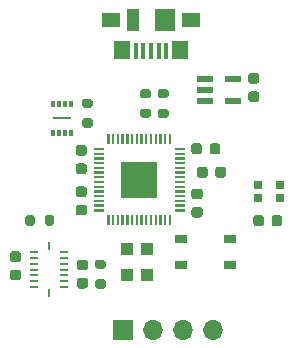
<source format=gbr>
%TF.GenerationSoftware,KiCad,Pcbnew,(5.1.10)-1*%
%TF.CreationDate,2021-10-26T10:29:25+05:30*%
%TF.ProjectId,RP2040+BMI,52503230-3430-42b4-924d-492e6b696361,rev?*%
%TF.SameCoordinates,Original*%
%TF.FileFunction,Soldermask,Top*%
%TF.FilePolarity,Negative*%
%FSLAX46Y46*%
G04 Gerber Fmt 4.6, Leading zero omitted, Abs format (unit mm)*
G04 Created by KiCad (PCBNEW (5.1.10)-1) date 2021-10-26 10:29:25*
%MOMM*%
%LPD*%
G01*
G04 APERTURE LIST*
%ADD10R,0.980000X1.100000*%
%ADD11R,0.700000X0.700000*%
%ADD12R,1.050000X0.650000*%
%ADD13R,1.600000X0.200000*%
%ADD14R,0.350000X0.490000*%
%ADD15R,0.250000X0.675000*%
%ADD16R,0.675000X0.250000*%
%ADD17R,1.350000X0.600000*%
%ADD18R,3.100000X3.100000*%
%ADD19O,1.700000X1.700000*%
%ADD20R,1.700000X1.700000*%
%ADD21R,1.000000X1.900000*%
%ADD22R,1.800000X1.900000*%
%ADD23R,1.650000X1.300000*%
%ADD24R,1.425000X1.550000*%
%ADD25R,0.450000X1.380000*%
G04 APERTURE END LIST*
D10*
%TO.C,U5*%
X183000000Y-110870000D03*
X183000000Y-113070000D03*
X184700000Y-113070000D03*
X184700000Y-110870000D03*
%TD*%
D11*
%TO.C,D1*%
X195925000Y-105490000D03*
X194095000Y-106590000D03*
X195925000Y-106590000D03*
X194095000Y-105490000D03*
%TD*%
D12*
%TO.C,SW1*%
X187505000Y-110065000D03*
X191655000Y-110065000D03*
X187505000Y-112215000D03*
X191655000Y-112215000D03*
%TD*%
D13*
%TO.C,U2*%
X177480000Y-99810000D03*
D14*
X178230000Y-101030000D03*
X177730000Y-101030000D03*
X177230000Y-101030000D03*
X176730000Y-101030000D03*
X176730000Y-98590000D03*
X177230000Y-98590000D03*
X177730000Y-98590000D03*
X178230000Y-98590000D03*
%TD*%
D15*
%TO.C,U4*%
X176360000Y-114622500D03*
D16*
X175097500Y-112610000D03*
X175097500Y-113110000D03*
X175097500Y-113610000D03*
X175097500Y-114110000D03*
X175097500Y-112110000D03*
X175097500Y-111610000D03*
X175097500Y-111110000D03*
X177622500Y-113610000D03*
X177622500Y-114110000D03*
X177622500Y-113110000D03*
X177622500Y-111110000D03*
X177622500Y-111610000D03*
D15*
X176360000Y-110597500D03*
D16*
X177622500Y-112610000D03*
X177622500Y-112110000D03*
%TD*%
D17*
%TO.C,U3*%
X189615000Y-96450000D03*
X189615000Y-97400000D03*
X189615000Y-98350000D03*
X191985000Y-98350000D03*
X191985000Y-96450000D03*
%TD*%
D18*
%TO.C,U1*%
X184000000Y-105000000D03*
G36*
G01*
X187015000Y-102494000D02*
X187015000Y-102306000D01*
G75*
G02*
X187021000Y-102300000I6000J0D01*
G01*
X187849000Y-102300000D01*
G75*
G02*
X187855000Y-102306000I0J-6000D01*
G01*
X187855000Y-102494000D01*
G75*
G02*
X187849000Y-102500000I-6000J0D01*
G01*
X187021000Y-102500000D01*
G75*
G02*
X187015000Y-102494000I0J6000D01*
G01*
G37*
G36*
G01*
X187015000Y-102894000D02*
X187015000Y-102706000D01*
G75*
G02*
X187021000Y-102700000I6000J0D01*
G01*
X187849000Y-102700000D01*
G75*
G02*
X187855000Y-102706000I0J-6000D01*
G01*
X187855000Y-102894000D01*
G75*
G02*
X187849000Y-102900000I-6000J0D01*
G01*
X187021000Y-102900000D01*
G75*
G02*
X187015000Y-102894000I0J6000D01*
G01*
G37*
G36*
G01*
X187015000Y-103294000D02*
X187015000Y-103106000D01*
G75*
G02*
X187021000Y-103100000I6000J0D01*
G01*
X187849000Y-103100000D01*
G75*
G02*
X187855000Y-103106000I0J-6000D01*
G01*
X187855000Y-103294000D01*
G75*
G02*
X187849000Y-103300000I-6000J0D01*
G01*
X187021000Y-103300000D01*
G75*
G02*
X187015000Y-103294000I0J6000D01*
G01*
G37*
G36*
G01*
X187015000Y-103694000D02*
X187015000Y-103506000D01*
G75*
G02*
X187021000Y-103500000I6000J0D01*
G01*
X187849000Y-103500000D01*
G75*
G02*
X187855000Y-103506000I0J-6000D01*
G01*
X187855000Y-103694000D01*
G75*
G02*
X187849000Y-103700000I-6000J0D01*
G01*
X187021000Y-103700000D01*
G75*
G02*
X187015000Y-103694000I0J6000D01*
G01*
G37*
G36*
G01*
X187015000Y-104094000D02*
X187015000Y-103906000D01*
G75*
G02*
X187021000Y-103900000I6000J0D01*
G01*
X187849000Y-103900000D01*
G75*
G02*
X187855000Y-103906000I0J-6000D01*
G01*
X187855000Y-104094000D01*
G75*
G02*
X187849000Y-104100000I-6000J0D01*
G01*
X187021000Y-104100000D01*
G75*
G02*
X187015000Y-104094000I0J6000D01*
G01*
G37*
G36*
G01*
X187015000Y-104494000D02*
X187015000Y-104306000D01*
G75*
G02*
X187021000Y-104300000I6000J0D01*
G01*
X187849000Y-104300000D01*
G75*
G02*
X187855000Y-104306000I0J-6000D01*
G01*
X187855000Y-104494000D01*
G75*
G02*
X187849000Y-104500000I-6000J0D01*
G01*
X187021000Y-104500000D01*
G75*
G02*
X187015000Y-104494000I0J6000D01*
G01*
G37*
G36*
G01*
X187015000Y-104894000D02*
X187015000Y-104706000D01*
G75*
G02*
X187021000Y-104700000I6000J0D01*
G01*
X187849000Y-104700000D01*
G75*
G02*
X187855000Y-104706000I0J-6000D01*
G01*
X187855000Y-104894000D01*
G75*
G02*
X187849000Y-104900000I-6000J0D01*
G01*
X187021000Y-104900000D01*
G75*
G02*
X187015000Y-104894000I0J6000D01*
G01*
G37*
G36*
G01*
X187015000Y-105294000D02*
X187015000Y-105106000D01*
G75*
G02*
X187021000Y-105100000I6000J0D01*
G01*
X187849000Y-105100000D01*
G75*
G02*
X187855000Y-105106000I0J-6000D01*
G01*
X187855000Y-105294000D01*
G75*
G02*
X187849000Y-105300000I-6000J0D01*
G01*
X187021000Y-105300000D01*
G75*
G02*
X187015000Y-105294000I0J6000D01*
G01*
G37*
G36*
G01*
X187015000Y-105694000D02*
X187015000Y-105506000D01*
G75*
G02*
X187021000Y-105500000I6000J0D01*
G01*
X187849000Y-105500000D01*
G75*
G02*
X187855000Y-105506000I0J-6000D01*
G01*
X187855000Y-105694000D01*
G75*
G02*
X187849000Y-105700000I-6000J0D01*
G01*
X187021000Y-105700000D01*
G75*
G02*
X187015000Y-105694000I0J6000D01*
G01*
G37*
G36*
G01*
X187015000Y-106094000D02*
X187015000Y-105906000D01*
G75*
G02*
X187021000Y-105900000I6000J0D01*
G01*
X187849000Y-105900000D01*
G75*
G02*
X187855000Y-105906000I0J-6000D01*
G01*
X187855000Y-106094000D01*
G75*
G02*
X187849000Y-106100000I-6000J0D01*
G01*
X187021000Y-106100000D01*
G75*
G02*
X187015000Y-106094000I0J6000D01*
G01*
G37*
G36*
G01*
X187015000Y-106494000D02*
X187015000Y-106306000D01*
G75*
G02*
X187021000Y-106300000I6000J0D01*
G01*
X187849000Y-106300000D01*
G75*
G02*
X187855000Y-106306000I0J-6000D01*
G01*
X187855000Y-106494000D01*
G75*
G02*
X187849000Y-106500000I-6000J0D01*
G01*
X187021000Y-106500000D01*
G75*
G02*
X187015000Y-106494000I0J6000D01*
G01*
G37*
G36*
G01*
X187015000Y-106894000D02*
X187015000Y-106706000D01*
G75*
G02*
X187021000Y-106700000I6000J0D01*
G01*
X187849000Y-106700000D01*
G75*
G02*
X187855000Y-106706000I0J-6000D01*
G01*
X187855000Y-106894000D01*
G75*
G02*
X187849000Y-106900000I-6000J0D01*
G01*
X187021000Y-106900000D01*
G75*
G02*
X187015000Y-106894000I0J6000D01*
G01*
G37*
G36*
G01*
X187015000Y-107294000D02*
X187015000Y-107106000D01*
G75*
G02*
X187021000Y-107100000I6000J0D01*
G01*
X187849000Y-107100000D01*
G75*
G02*
X187855000Y-107106000I0J-6000D01*
G01*
X187855000Y-107294000D01*
G75*
G02*
X187849000Y-107300000I-6000J0D01*
G01*
X187021000Y-107300000D01*
G75*
G02*
X187015000Y-107294000I0J6000D01*
G01*
G37*
G36*
G01*
X187015000Y-107694000D02*
X187015000Y-107506000D01*
G75*
G02*
X187021000Y-107500000I6000J0D01*
G01*
X187849000Y-107500000D01*
G75*
G02*
X187855000Y-107506000I0J-6000D01*
G01*
X187855000Y-107694000D01*
G75*
G02*
X187849000Y-107700000I-6000J0D01*
G01*
X187021000Y-107700000D01*
G75*
G02*
X187015000Y-107694000I0J6000D01*
G01*
G37*
G36*
G01*
X180145000Y-107694000D02*
X180145000Y-107506000D01*
G75*
G02*
X180151000Y-107500000I6000J0D01*
G01*
X180979000Y-107500000D01*
G75*
G02*
X180985000Y-107506000I0J-6000D01*
G01*
X180985000Y-107694000D01*
G75*
G02*
X180979000Y-107700000I-6000J0D01*
G01*
X180151000Y-107700000D01*
G75*
G02*
X180145000Y-107694000I0J6000D01*
G01*
G37*
G36*
G01*
X180145000Y-107294000D02*
X180145000Y-107106000D01*
G75*
G02*
X180151000Y-107100000I6000J0D01*
G01*
X180979000Y-107100000D01*
G75*
G02*
X180985000Y-107106000I0J-6000D01*
G01*
X180985000Y-107294000D01*
G75*
G02*
X180979000Y-107300000I-6000J0D01*
G01*
X180151000Y-107300000D01*
G75*
G02*
X180145000Y-107294000I0J6000D01*
G01*
G37*
G36*
G01*
X180145000Y-106894000D02*
X180145000Y-106706000D01*
G75*
G02*
X180151000Y-106700000I6000J0D01*
G01*
X180979000Y-106700000D01*
G75*
G02*
X180985000Y-106706000I0J-6000D01*
G01*
X180985000Y-106894000D01*
G75*
G02*
X180979000Y-106900000I-6000J0D01*
G01*
X180151000Y-106900000D01*
G75*
G02*
X180145000Y-106894000I0J6000D01*
G01*
G37*
G36*
G01*
X180145000Y-106494000D02*
X180145000Y-106306000D01*
G75*
G02*
X180151000Y-106300000I6000J0D01*
G01*
X180979000Y-106300000D01*
G75*
G02*
X180985000Y-106306000I0J-6000D01*
G01*
X180985000Y-106494000D01*
G75*
G02*
X180979000Y-106500000I-6000J0D01*
G01*
X180151000Y-106500000D01*
G75*
G02*
X180145000Y-106494000I0J6000D01*
G01*
G37*
G36*
G01*
X180145000Y-106094000D02*
X180145000Y-105906000D01*
G75*
G02*
X180151000Y-105900000I6000J0D01*
G01*
X180979000Y-105900000D01*
G75*
G02*
X180985000Y-105906000I0J-6000D01*
G01*
X180985000Y-106094000D01*
G75*
G02*
X180979000Y-106100000I-6000J0D01*
G01*
X180151000Y-106100000D01*
G75*
G02*
X180145000Y-106094000I0J6000D01*
G01*
G37*
G36*
G01*
X180145000Y-105694000D02*
X180145000Y-105506000D01*
G75*
G02*
X180151000Y-105500000I6000J0D01*
G01*
X180979000Y-105500000D01*
G75*
G02*
X180985000Y-105506000I0J-6000D01*
G01*
X180985000Y-105694000D01*
G75*
G02*
X180979000Y-105700000I-6000J0D01*
G01*
X180151000Y-105700000D01*
G75*
G02*
X180145000Y-105694000I0J6000D01*
G01*
G37*
G36*
G01*
X180145000Y-105294000D02*
X180145000Y-105106000D01*
G75*
G02*
X180151000Y-105100000I6000J0D01*
G01*
X180979000Y-105100000D01*
G75*
G02*
X180985000Y-105106000I0J-6000D01*
G01*
X180985000Y-105294000D01*
G75*
G02*
X180979000Y-105300000I-6000J0D01*
G01*
X180151000Y-105300000D01*
G75*
G02*
X180145000Y-105294000I0J6000D01*
G01*
G37*
G36*
G01*
X180145000Y-104894000D02*
X180145000Y-104706000D01*
G75*
G02*
X180151000Y-104700000I6000J0D01*
G01*
X180979000Y-104700000D01*
G75*
G02*
X180985000Y-104706000I0J-6000D01*
G01*
X180985000Y-104894000D01*
G75*
G02*
X180979000Y-104900000I-6000J0D01*
G01*
X180151000Y-104900000D01*
G75*
G02*
X180145000Y-104894000I0J6000D01*
G01*
G37*
G36*
G01*
X180145000Y-104494000D02*
X180145000Y-104306000D01*
G75*
G02*
X180151000Y-104300000I6000J0D01*
G01*
X180979000Y-104300000D01*
G75*
G02*
X180985000Y-104306000I0J-6000D01*
G01*
X180985000Y-104494000D01*
G75*
G02*
X180979000Y-104500000I-6000J0D01*
G01*
X180151000Y-104500000D01*
G75*
G02*
X180145000Y-104494000I0J6000D01*
G01*
G37*
G36*
G01*
X180145000Y-104094000D02*
X180145000Y-103906000D01*
G75*
G02*
X180151000Y-103900000I6000J0D01*
G01*
X180979000Y-103900000D01*
G75*
G02*
X180985000Y-103906000I0J-6000D01*
G01*
X180985000Y-104094000D01*
G75*
G02*
X180979000Y-104100000I-6000J0D01*
G01*
X180151000Y-104100000D01*
G75*
G02*
X180145000Y-104094000I0J6000D01*
G01*
G37*
G36*
G01*
X180145000Y-103694000D02*
X180145000Y-103506000D01*
G75*
G02*
X180151000Y-103500000I6000J0D01*
G01*
X180979000Y-103500000D01*
G75*
G02*
X180985000Y-103506000I0J-6000D01*
G01*
X180985000Y-103694000D01*
G75*
G02*
X180979000Y-103700000I-6000J0D01*
G01*
X180151000Y-103700000D01*
G75*
G02*
X180145000Y-103694000I0J6000D01*
G01*
G37*
G36*
G01*
X180145000Y-103294000D02*
X180145000Y-103106000D01*
G75*
G02*
X180151000Y-103100000I6000J0D01*
G01*
X180979000Y-103100000D01*
G75*
G02*
X180985000Y-103106000I0J-6000D01*
G01*
X180985000Y-103294000D01*
G75*
G02*
X180979000Y-103300000I-6000J0D01*
G01*
X180151000Y-103300000D01*
G75*
G02*
X180145000Y-103294000I0J6000D01*
G01*
G37*
G36*
G01*
X180145000Y-102894000D02*
X180145000Y-102706000D01*
G75*
G02*
X180151000Y-102700000I6000J0D01*
G01*
X180979000Y-102700000D01*
G75*
G02*
X180985000Y-102706000I0J-6000D01*
G01*
X180985000Y-102894000D01*
G75*
G02*
X180979000Y-102900000I-6000J0D01*
G01*
X180151000Y-102900000D01*
G75*
G02*
X180145000Y-102894000I0J6000D01*
G01*
G37*
G36*
G01*
X180145000Y-102494000D02*
X180145000Y-102306000D01*
G75*
G02*
X180151000Y-102300000I6000J0D01*
G01*
X180979000Y-102300000D01*
G75*
G02*
X180985000Y-102306000I0J-6000D01*
G01*
X180985000Y-102494000D01*
G75*
G02*
X180979000Y-102500000I-6000J0D01*
G01*
X180151000Y-102500000D01*
G75*
G02*
X180145000Y-102494000I0J6000D01*
G01*
G37*
G36*
G01*
X181300000Y-101965000D02*
X181300000Y-101165000D01*
G75*
G02*
X181320000Y-101145000I20000J0D01*
G01*
X181480000Y-101145000D01*
G75*
G02*
X181500000Y-101165000I0J-20000D01*
G01*
X181500000Y-101965000D01*
G75*
G02*
X181480000Y-101985000I-20000J0D01*
G01*
X181320000Y-101985000D01*
G75*
G02*
X181300000Y-101965000I0J20000D01*
G01*
G37*
G36*
G01*
X181700000Y-101965000D02*
X181700000Y-101165000D01*
G75*
G02*
X181720000Y-101145000I20000J0D01*
G01*
X181880000Y-101145000D01*
G75*
G02*
X181900000Y-101165000I0J-20000D01*
G01*
X181900000Y-101965000D01*
G75*
G02*
X181880000Y-101985000I-20000J0D01*
G01*
X181720000Y-101985000D01*
G75*
G02*
X181700000Y-101965000I0J20000D01*
G01*
G37*
G36*
G01*
X182100000Y-101965000D02*
X182100000Y-101165000D01*
G75*
G02*
X182120000Y-101145000I20000J0D01*
G01*
X182280000Y-101145000D01*
G75*
G02*
X182300000Y-101165000I0J-20000D01*
G01*
X182300000Y-101965000D01*
G75*
G02*
X182280000Y-101985000I-20000J0D01*
G01*
X182120000Y-101985000D01*
G75*
G02*
X182100000Y-101965000I0J20000D01*
G01*
G37*
G36*
G01*
X182500000Y-101965000D02*
X182500000Y-101165000D01*
G75*
G02*
X182520000Y-101145000I20000J0D01*
G01*
X182680000Y-101145000D01*
G75*
G02*
X182700000Y-101165000I0J-20000D01*
G01*
X182700000Y-101965000D01*
G75*
G02*
X182680000Y-101985000I-20000J0D01*
G01*
X182520000Y-101985000D01*
G75*
G02*
X182500000Y-101965000I0J20000D01*
G01*
G37*
G36*
G01*
X182900000Y-101965000D02*
X182900000Y-101165000D01*
G75*
G02*
X182920000Y-101145000I20000J0D01*
G01*
X183080000Y-101145000D01*
G75*
G02*
X183100000Y-101165000I0J-20000D01*
G01*
X183100000Y-101965000D01*
G75*
G02*
X183080000Y-101985000I-20000J0D01*
G01*
X182920000Y-101985000D01*
G75*
G02*
X182900000Y-101965000I0J20000D01*
G01*
G37*
G36*
G01*
X183300000Y-101965000D02*
X183300000Y-101165000D01*
G75*
G02*
X183320000Y-101145000I20000J0D01*
G01*
X183480000Y-101145000D01*
G75*
G02*
X183500000Y-101165000I0J-20000D01*
G01*
X183500000Y-101965000D01*
G75*
G02*
X183480000Y-101985000I-20000J0D01*
G01*
X183320000Y-101985000D01*
G75*
G02*
X183300000Y-101965000I0J20000D01*
G01*
G37*
G36*
G01*
X183700000Y-101965000D02*
X183700000Y-101165000D01*
G75*
G02*
X183720000Y-101145000I20000J0D01*
G01*
X183880000Y-101145000D01*
G75*
G02*
X183900000Y-101165000I0J-20000D01*
G01*
X183900000Y-101965000D01*
G75*
G02*
X183880000Y-101985000I-20000J0D01*
G01*
X183720000Y-101985000D01*
G75*
G02*
X183700000Y-101965000I0J20000D01*
G01*
G37*
G36*
G01*
X184100000Y-101965000D02*
X184100000Y-101165000D01*
G75*
G02*
X184120000Y-101145000I20000J0D01*
G01*
X184280000Y-101145000D01*
G75*
G02*
X184300000Y-101165000I0J-20000D01*
G01*
X184300000Y-101965000D01*
G75*
G02*
X184280000Y-101985000I-20000J0D01*
G01*
X184120000Y-101985000D01*
G75*
G02*
X184100000Y-101965000I0J20000D01*
G01*
G37*
G36*
G01*
X184500000Y-101965000D02*
X184500000Y-101165000D01*
G75*
G02*
X184520000Y-101145000I20000J0D01*
G01*
X184680000Y-101145000D01*
G75*
G02*
X184700000Y-101165000I0J-20000D01*
G01*
X184700000Y-101965000D01*
G75*
G02*
X184680000Y-101985000I-20000J0D01*
G01*
X184520000Y-101985000D01*
G75*
G02*
X184500000Y-101965000I0J20000D01*
G01*
G37*
G36*
G01*
X184900000Y-101965000D02*
X184900000Y-101165000D01*
G75*
G02*
X184920000Y-101145000I20000J0D01*
G01*
X185080000Y-101145000D01*
G75*
G02*
X185100000Y-101165000I0J-20000D01*
G01*
X185100000Y-101965000D01*
G75*
G02*
X185080000Y-101985000I-20000J0D01*
G01*
X184920000Y-101985000D01*
G75*
G02*
X184900000Y-101965000I0J20000D01*
G01*
G37*
G36*
G01*
X185300000Y-101965000D02*
X185300000Y-101165000D01*
G75*
G02*
X185320000Y-101145000I20000J0D01*
G01*
X185480000Y-101145000D01*
G75*
G02*
X185500000Y-101165000I0J-20000D01*
G01*
X185500000Y-101965000D01*
G75*
G02*
X185480000Y-101985000I-20000J0D01*
G01*
X185320000Y-101985000D01*
G75*
G02*
X185300000Y-101965000I0J20000D01*
G01*
G37*
G36*
G01*
X185700000Y-101965000D02*
X185700000Y-101165000D01*
G75*
G02*
X185720000Y-101145000I20000J0D01*
G01*
X185880000Y-101145000D01*
G75*
G02*
X185900000Y-101165000I0J-20000D01*
G01*
X185900000Y-101965000D01*
G75*
G02*
X185880000Y-101985000I-20000J0D01*
G01*
X185720000Y-101985000D01*
G75*
G02*
X185700000Y-101965000I0J20000D01*
G01*
G37*
G36*
G01*
X186100000Y-101965000D02*
X186100000Y-101165000D01*
G75*
G02*
X186120000Y-101145000I20000J0D01*
G01*
X186280000Y-101145000D01*
G75*
G02*
X186300000Y-101165000I0J-20000D01*
G01*
X186300000Y-101965000D01*
G75*
G02*
X186280000Y-101985000I-20000J0D01*
G01*
X186120000Y-101985000D01*
G75*
G02*
X186100000Y-101965000I0J20000D01*
G01*
G37*
G36*
G01*
X186500000Y-101965000D02*
X186500000Y-101165000D01*
G75*
G02*
X186520000Y-101145000I20000J0D01*
G01*
X186680000Y-101145000D01*
G75*
G02*
X186700000Y-101165000I0J-20000D01*
G01*
X186700000Y-101965000D01*
G75*
G02*
X186680000Y-101985000I-20000J0D01*
G01*
X186520000Y-101985000D01*
G75*
G02*
X186500000Y-101965000I0J20000D01*
G01*
G37*
G36*
G01*
X186500000Y-108835000D02*
X186500000Y-108035000D01*
G75*
G02*
X186520000Y-108015000I20000J0D01*
G01*
X186680000Y-108015000D01*
G75*
G02*
X186700000Y-108035000I0J-20000D01*
G01*
X186700000Y-108835000D01*
G75*
G02*
X186680000Y-108855000I-20000J0D01*
G01*
X186520000Y-108855000D01*
G75*
G02*
X186500000Y-108835000I0J20000D01*
G01*
G37*
G36*
G01*
X186100000Y-108835000D02*
X186100000Y-108035000D01*
G75*
G02*
X186120000Y-108015000I20000J0D01*
G01*
X186280000Y-108015000D01*
G75*
G02*
X186300000Y-108035000I0J-20000D01*
G01*
X186300000Y-108835000D01*
G75*
G02*
X186280000Y-108855000I-20000J0D01*
G01*
X186120000Y-108855000D01*
G75*
G02*
X186100000Y-108835000I0J20000D01*
G01*
G37*
G36*
G01*
X185700000Y-108835000D02*
X185700000Y-108035000D01*
G75*
G02*
X185720000Y-108015000I20000J0D01*
G01*
X185880000Y-108015000D01*
G75*
G02*
X185900000Y-108035000I0J-20000D01*
G01*
X185900000Y-108835000D01*
G75*
G02*
X185880000Y-108855000I-20000J0D01*
G01*
X185720000Y-108855000D01*
G75*
G02*
X185700000Y-108835000I0J20000D01*
G01*
G37*
G36*
G01*
X185300000Y-108835000D02*
X185300000Y-108035000D01*
G75*
G02*
X185320000Y-108015000I20000J0D01*
G01*
X185480000Y-108015000D01*
G75*
G02*
X185500000Y-108035000I0J-20000D01*
G01*
X185500000Y-108835000D01*
G75*
G02*
X185480000Y-108855000I-20000J0D01*
G01*
X185320000Y-108855000D01*
G75*
G02*
X185300000Y-108835000I0J20000D01*
G01*
G37*
G36*
G01*
X184900000Y-108835000D02*
X184900000Y-108035000D01*
G75*
G02*
X184920000Y-108015000I20000J0D01*
G01*
X185080000Y-108015000D01*
G75*
G02*
X185100000Y-108035000I0J-20000D01*
G01*
X185100000Y-108835000D01*
G75*
G02*
X185080000Y-108855000I-20000J0D01*
G01*
X184920000Y-108855000D01*
G75*
G02*
X184900000Y-108835000I0J20000D01*
G01*
G37*
G36*
G01*
X184500000Y-108835000D02*
X184500000Y-108035000D01*
G75*
G02*
X184520000Y-108015000I20000J0D01*
G01*
X184680000Y-108015000D01*
G75*
G02*
X184700000Y-108035000I0J-20000D01*
G01*
X184700000Y-108835000D01*
G75*
G02*
X184680000Y-108855000I-20000J0D01*
G01*
X184520000Y-108855000D01*
G75*
G02*
X184500000Y-108835000I0J20000D01*
G01*
G37*
G36*
G01*
X184100000Y-108835000D02*
X184100000Y-108035000D01*
G75*
G02*
X184120000Y-108015000I20000J0D01*
G01*
X184280000Y-108015000D01*
G75*
G02*
X184300000Y-108035000I0J-20000D01*
G01*
X184300000Y-108835000D01*
G75*
G02*
X184280000Y-108855000I-20000J0D01*
G01*
X184120000Y-108855000D01*
G75*
G02*
X184100000Y-108835000I0J20000D01*
G01*
G37*
G36*
G01*
X183700000Y-108835000D02*
X183700000Y-108035000D01*
G75*
G02*
X183720000Y-108015000I20000J0D01*
G01*
X183880000Y-108015000D01*
G75*
G02*
X183900000Y-108035000I0J-20000D01*
G01*
X183900000Y-108835000D01*
G75*
G02*
X183880000Y-108855000I-20000J0D01*
G01*
X183720000Y-108855000D01*
G75*
G02*
X183700000Y-108835000I0J20000D01*
G01*
G37*
G36*
G01*
X183300000Y-108835000D02*
X183300000Y-108035000D01*
G75*
G02*
X183320000Y-108015000I20000J0D01*
G01*
X183480000Y-108015000D01*
G75*
G02*
X183500000Y-108035000I0J-20000D01*
G01*
X183500000Y-108835000D01*
G75*
G02*
X183480000Y-108855000I-20000J0D01*
G01*
X183320000Y-108855000D01*
G75*
G02*
X183300000Y-108835000I0J20000D01*
G01*
G37*
G36*
G01*
X182900000Y-108835000D02*
X182900000Y-108035000D01*
G75*
G02*
X182920000Y-108015000I20000J0D01*
G01*
X183080000Y-108015000D01*
G75*
G02*
X183100000Y-108035000I0J-20000D01*
G01*
X183100000Y-108835000D01*
G75*
G02*
X183080000Y-108855000I-20000J0D01*
G01*
X182920000Y-108855000D01*
G75*
G02*
X182900000Y-108835000I0J20000D01*
G01*
G37*
G36*
G01*
X182500000Y-108835000D02*
X182500000Y-108035000D01*
G75*
G02*
X182520000Y-108015000I20000J0D01*
G01*
X182680000Y-108015000D01*
G75*
G02*
X182700000Y-108035000I0J-20000D01*
G01*
X182700000Y-108835000D01*
G75*
G02*
X182680000Y-108855000I-20000J0D01*
G01*
X182520000Y-108855000D01*
G75*
G02*
X182500000Y-108835000I0J20000D01*
G01*
G37*
G36*
G01*
X182100000Y-108835000D02*
X182100000Y-108035000D01*
G75*
G02*
X182120000Y-108015000I20000J0D01*
G01*
X182280000Y-108015000D01*
G75*
G02*
X182300000Y-108035000I0J-20000D01*
G01*
X182300000Y-108835000D01*
G75*
G02*
X182280000Y-108855000I-20000J0D01*
G01*
X182120000Y-108855000D01*
G75*
G02*
X182100000Y-108835000I0J20000D01*
G01*
G37*
G36*
G01*
X181700000Y-108835000D02*
X181700000Y-108035000D01*
G75*
G02*
X181720000Y-108015000I20000J0D01*
G01*
X181880000Y-108015000D01*
G75*
G02*
X181900000Y-108035000I0J-20000D01*
G01*
X181900000Y-108835000D01*
G75*
G02*
X181880000Y-108855000I-20000J0D01*
G01*
X181720000Y-108855000D01*
G75*
G02*
X181700000Y-108835000I0J20000D01*
G01*
G37*
G36*
G01*
X181300000Y-108835000D02*
X181300000Y-108035000D01*
G75*
G02*
X181320000Y-108015000I20000J0D01*
G01*
X181480000Y-108015000D01*
G75*
G02*
X181500000Y-108035000I0J-20000D01*
G01*
X181500000Y-108835000D01*
G75*
G02*
X181480000Y-108855000I-20000J0D01*
G01*
X181320000Y-108855000D01*
G75*
G02*
X181300000Y-108835000I0J20000D01*
G01*
G37*
%TD*%
%TO.C,R6*%
G36*
G01*
X180445000Y-113425000D02*
X180995000Y-113425000D01*
G75*
G02*
X181195000Y-113625000I0J-200000D01*
G01*
X181195000Y-114025000D01*
G75*
G02*
X180995000Y-114225000I-200000J0D01*
G01*
X180445000Y-114225000D01*
G75*
G02*
X180245000Y-114025000I0J200000D01*
G01*
X180245000Y-113625000D01*
G75*
G02*
X180445000Y-113425000I200000J0D01*
G01*
G37*
G36*
G01*
X180445000Y-111775000D02*
X180995000Y-111775000D01*
G75*
G02*
X181195000Y-111975000I0J-200000D01*
G01*
X181195000Y-112375000D01*
G75*
G02*
X180995000Y-112575000I-200000J0D01*
G01*
X180445000Y-112575000D01*
G75*
G02*
X180245000Y-112375000I0J200000D01*
G01*
X180245000Y-111975000D01*
G75*
G02*
X180445000Y-111775000I200000J0D01*
G01*
G37*
%TD*%
%TO.C,R5*%
G36*
G01*
X175155000Y-108175000D02*
X175155000Y-108725000D01*
G75*
G02*
X174955000Y-108925000I-200000J0D01*
G01*
X174555000Y-108925000D01*
G75*
G02*
X174355000Y-108725000I0J200000D01*
G01*
X174355000Y-108175000D01*
G75*
G02*
X174555000Y-107975000I200000J0D01*
G01*
X174955000Y-107975000D01*
G75*
G02*
X175155000Y-108175000I0J-200000D01*
G01*
G37*
G36*
G01*
X176805000Y-108175000D02*
X176805000Y-108725000D01*
G75*
G02*
X176605000Y-108925000I-200000J0D01*
G01*
X176205000Y-108925000D01*
G75*
G02*
X176005000Y-108725000I0J200000D01*
G01*
X176005000Y-108175000D01*
G75*
G02*
X176205000Y-107975000I200000J0D01*
G01*
X176605000Y-107975000D01*
G75*
G02*
X176805000Y-108175000I0J-200000D01*
G01*
G37*
%TD*%
%TO.C,R4*%
G36*
G01*
X185755000Y-98975000D02*
X186305000Y-98975000D01*
G75*
G02*
X186505000Y-99175000I0J-200000D01*
G01*
X186505000Y-99575000D01*
G75*
G02*
X186305000Y-99775000I-200000J0D01*
G01*
X185755000Y-99775000D01*
G75*
G02*
X185555000Y-99575000I0J200000D01*
G01*
X185555000Y-99175000D01*
G75*
G02*
X185755000Y-98975000I200000J0D01*
G01*
G37*
G36*
G01*
X185755000Y-97325000D02*
X186305000Y-97325000D01*
G75*
G02*
X186505000Y-97525000I0J-200000D01*
G01*
X186505000Y-97925000D01*
G75*
G02*
X186305000Y-98125000I-200000J0D01*
G01*
X185755000Y-98125000D01*
G75*
G02*
X185555000Y-97925000I0J200000D01*
G01*
X185555000Y-97525000D01*
G75*
G02*
X185755000Y-97325000I200000J0D01*
G01*
G37*
%TD*%
%TO.C,R3*%
G36*
G01*
X184255000Y-98975000D02*
X184805000Y-98975000D01*
G75*
G02*
X185005000Y-99175000I0J-200000D01*
G01*
X185005000Y-99575000D01*
G75*
G02*
X184805000Y-99775000I-200000J0D01*
G01*
X184255000Y-99775000D01*
G75*
G02*
X184055000Y-99575000I0J200000D01*
G01*
X184055000Y-99175000D01*
G75*
G02*
X184255000Y-98975000I200000J0D01*
G01*
G37*
G36*
G01*
X184255000Y-97325000D02*
X184805000Y-97325000D01*
G75*
G02*
X185005000Y-97525000I0J-200000D01*
G01*
X185005000Y-97925000D01*
G75*
G02*
X184805000Y-98125000I-200000J0D01*
G01*
X184255000Y-98125000D01*
G75*
G02*
X184055000Y-97925000I0J200000D01*
G01*
X184055000Y-97525000D01*
G75*
G02*
X184255000Y-97325000I200000J0D01*
G01*
G37*
%TD*%
%TO.C,R1*%
G36*
G01*
X179335000Y-99785000D02*
X179885000Y-99785000D01*
G75*
G02*
X180085000Y-99985000I0J-200000D01*
G01*
X180085000Y-100385000D01*
G75*
G02*
X179885000Y-100585000I-200000J0D01*
G01*
X179335000Y-100585000D01*
G75*
G02*
X179135000Y-100385000I0J200000D01*
G01*
X179135000Y-99985000D01*
G75*
G02*
X179335000Y-99785000I200000J0D01*
G01*
G37*
G36*
G01*
X179335000Y-98135000D02*
X179885000Y-98135000D01*
G75*
G02*
X180085000Y-98335000I0J-200000D01*
G01*
X180085000Y-98735000D01*
G75*
G02*
X179885000Y-98935000I-200000J0D01*
G01*
X179335000Y-98935000D01*
G75*
G02*
X179135000Y-98735000I0J200000D01*
G01*
X179135000Y-98335000D01*
G75*
G02*
X179335000Y-98135000I200000J0D01*
G01*
G37*
%TD*%
D19*
%TO.C,J2*%
X190240000Y-117700000D03*
X187700000Y-117700000D03*
X185160000Y-117700000D03*
D20*
X182620000Y-117700000D03*
%TD*%
D21*
%TO.C,J1*%
X183460000Y-91450000D03*
D22*
X186160000Y-91450000D03*
D23*
X181635000Y-91450000D03*
X188385000Y-91450000D03*
D24*
X182522500Y-94025000D03*
X187497500Y-94025000D03*
D25*
X183710000Y-94110000D03*
X184360000Y-94110000D03*
X185010000Y-94110000D03*
X185660000Y-94110000D03*
X186310000Y-94110000D03*
%TD*%
%TO.C,C20*%
G36*
G01*
X178850000Y-103625000D02*
X179350000Y-103625000D01*
G75*
G02*
X179575000Y-103850000I0J-225000D01*
G01*
X179575000Y-104300000D01*
G75*
G02*
X179350000Y-104525000I-225000J0D01*
G01*
X178850000Y-104525000D01*
G75*
G02*
X178625000Y-104300000I0J225000D01*
G01*
X178625000Y-103850000D01*
G75*
G02*
X178850000Y-103625000I225000J0D01*
G01*
G37*
G36*
G01*
X178850000Y-102075000D02*
X179350000Y-102075000D01*
G75*
G02*
X179575000Y-102300000I0J-225000D01*
G01*
X179575000Y-102750000D01*
G75*
G02*
X179350000Y-102975000I-225000J0D01*
G01*
X178850000Y-102975000D01*
G75*
G02*
X178625000Y-102750000I0J225000D01*
G01*
X178625000Y-102300000D01*
G75*
G02*
X178850000Y-102075000I225000J0D01*
G01*
G37*
%TD*%
%TO.C,C17*%
G36*
G01*
X178950000Y-113315000D02*
X179450000Y-113315000D01*
G75*
G02*
X179675000Y-113540000I0J-225000D01*
G01*
X179675000Y-113990000D01*
G75*
G02*
X179450000Y-114215000I-225000J0D01*
G01*
X178950000Y-114215000D01*
G75*
G02*
X178725000Y-113990000I0J225000D01*
G01*
X178725000Y-113540000D01*
G75*
G02*
X178950000Y-113315000I225000J0D01*
G01*
G37*
G36*
G01*
X178950000Y-111765000D02*
X179450000Y-111765000D01*
G75*
G02*
X179675000Y-111990000I0J-225000D01*
G01*
X179675000Y-112440000D01*
G75*
G02*
X179450000Y-112665000I-225000J0D01*
G01*
X178950000Y-112665000D01*
G75*
G02*
X178725000Y-112440000I0J225000D01*
G01*
X178725000Y-111990000D01*
G75*
G02*
X178950000Y-111765000I225000J0D01*
G01*
G37*
%TD*%
%TO.C,C16*%
G36*
G01*
X188650000Y-107315000D02*
X189150000Y-107315000D01*
G75*
G02*
X189375000Y-107540000I0J-225000D01*
G01*
X189375000Y-107990000D01*
G75*
G02*
X189150000Y-108215000I-225000J0D01*
G01*
X188650000Y-108215000D01*
G75*
G02*
X188425000Y-107990000I0J225000D01*
G01*
X188425000Y-107540000D01*
G75*
G02*
X188650000Y-107315000I225000J0D01*
G01*
G37*
G36*
G01*
X188650000Y-105765000D02*
X189150000Y-105765000D01*
G75*
G02*
X189375000Y-105990000I0J-225000D01*
G01*
X189375000Y-106440000D01*
G75*
G02*
X189150000Y-106665000I-225000J0D01*
G01*
X188650000Y-106665000D01*
G75*
G02*
X188425000Y-106440000I0J225000D01*
G01*
X188425000Y-105990000D01*
G75*
G02*
X188650000Y-105765000I225000J0D01*
G01*
G37*
%TD*%
%TO.C,C14*%
G36*
G01*
X173780000Y-111975000D02*
X173280000Y-111975000D01*
G75*
G02*
X173055000Y-111750000I0J225000D01*
G01*
X173055000Y-111300000D01*
G75*
G02*
X173280000Y-111075000I225000J0D01*
G01*
X173780000Y-111075000D01*
G75*
G02*
X174005000Y-111300000I0J-225000D01*
G01*
X174005000Y-111750000D01*
G75*
G02*
X173780000Y-111975000I-225000J0D01*
G01*
G37*
G36*
G01*
X173780000Y-113525000D02*
X173280000Y-113525000D01*
G75*
G02*
X173055000Y-113300000I0J225000D01*
G01*
X173055000Y-112850000D01*
G75*
G02*
X173280000Y-112625000I225000J0D01*
G01*
X173780000Y-112625000D01*
G75*
G02*
X174005000Y-112850000I0J-225000D01*
G01*
X174005000Y-113300000D01*
G75*
G02*
X173780000Y-113525000I-225000J0D01*
G01*
G37*
%TD*%
%TO.C,C13*%
G36*
G01*
X195205000Y-108730000D02*
X195205000Y-108230000D01*
G75*
G02*
X195430000Y-108005000I225000J0D01*
G01*
X195880000Y-108005000D01*
G75*
G02*
X196105000Y-108230000I0J-225000D01*
G01*
X196105000Y-108730000D01*
G75*
G02*
X195880000Y-108955000I-225000J0D01*
G01*
X195430000Y-108955000D01*
G75*
G02*
X195205000Y-108730000I0J225000D01*
G01*
G37*
G36*
G01*
X193655000Y-108730000D02*
X193655000Y-108230000D01*
G75*
G02*
X193880000Y-108005000I225000J0D01*
G01*
X194330000Y-108005000D01*
G75*
G02*
X194555000Y-108230000I0J-225000D01*
G01*
X194555000Y-108730000D01*
G75*
G02*
X194330000Y-108955000I-225000J0D01*
G01*
X193880000Y-108955000D01*
G75*
G02*
X193655000Y-108730000I0J225000D01*
G01*
G37*
%TD*%
%TO.C,C12*%
G36*
G01*
X190445000Y-104630000D02*
X190445000Y-104130000D01*
G75*
G02*
X190670000Y-103905000I225000J0D01*
G01*
X191120000Y-103905000D01*
G75*
G02*
X191345000Y-104130000I0J-225000D01*
G01*
X191345000Y-104630000D01*
G75*
G02*
X191120000Y-104855000I-225000J0D01*
G01*
X190670000Y-104855000D01*
G75*
G02*
X190445000Y-104630000I0J225000D01*
G01*
G37*
G36*
G01*
X188895000Y-104630000D02*
X188895000Y-104130000D01*
G75*
G02*
X189120000Y-103905000I225000J0D01*
G01*
X189570000Y-103905000D01*
G75*
G02*
X189795000Y-104130000I0J-225000D01*
G01*
X189795000Y-104630000D01*
G75*
G02*
X189570000Y-104855000I-225000J0D01*
G01*
X189120000Y-104855000D01*
G75*
G02*
X188895000Y-104630000I0J225000D01*
G01*
G37*
%TD*%
%TO.C,C10*%
G36*
G01*
X189965000Y-102640000D02*
X189965000Y-102140000D01*
G75*
G02*
X190190000Y-101915000I225000J0D01*
G01*
X190640000Y-101915000D01*
G75*
G02*
X190865000Y-102140000I0J-225000D01*
G01*
X190865000Y-102640000D01*
G75*
G02*
X190640000Y-102865000I-225000J0D01*
G01*
X190190000Y-102865000D01*
G75*
G02*
X189965000Y-102640000I0J225000D01*
G01*
G37*
G36*
G01*
X188415000Y-102640000D02*
X188415000Y-102140000D01*
G75*
G02*
X188640000Y-101915000I225000J0D01*
G01*
X189090000Y-101915000D01*
G75*
G02*
X189315000Y-102140000I0J-225000D01*
G01*
X189315000Y-102640000D01*
G75*
G02*
X189090000Y-102865000I-225000J0D01*
G01*
X188640000Y-102865000D01*
G75*
G02*
X188415000Y-102640000I0J225000D01*
G01*
G37*
%TD*%
%TO.C,C4*%
G36*
G01*
X193450000Y-97525000D02*
X193950000Y-97525000D01*
G75*
G02*
X194175000Y-97750000I0J-225000D01*
G01*
X194175000Y-98200000D01*
G75*
G02*
X193950000Y-98425000I-225000J0D01*
G01*
X193450000Y-98425000D01*
G75*
G02*
X193225000Y-98200000I0J225000D01*
G01*
X193225000Y-97750000D01*
G75*
G02*
X193450000Y-97525000I225000J0D01*
G01*
G37*
G36*
G01*
X193450000Y-95975000D02*
X193950000Y-95975000D01*
G75*
G02*
X194175000Y-96200000I0J-225000D01*
G01*
X194175000Y-96650000D01*
G75*
G02*
X193950000Y-96875000I-225000J0D01*
G01*
X193450000Y-96875000D01*
G75*
G02*
X193225000Y-96650000I0J225000D01*
G01*
X193225000Y-96200000D01*
G75*
G02*
X193450000Y-95975000I225000J0D01*
G01*
G37*
%TD*%
%TO.C,C1*%
G36*
G01*
X178850000Y-107125000D02*
X179350000Y-107125000D01*
G75*
G02*
X179575000Y-107350000I0J-225000D01*
G01*
X179575000Y-107800000D01*
G75*
G02*
X179350000Y-108025000I-225000J0D01*
G01*
X178850000Y-108025000D01*
G75*
G02*
X178625000Y-107800000I0J225000D01*
G01*
X178625000Y-107350000D01*
G75*
G02*
X178850000Y-107125000I225000J0D01*
G01*
G37*
G36*
G01*
X178850000Y-105575000D02*
X179350000Y-105575000D01*
G75*
G02*
X179575000Y-105800000I0J-225000D01*
G01*
X179575000Y-106250000D01*
G75*
G02*
X179350000Y-106475000I-225000J0D01*
G01*
X178850000Y-106475000D01*
G75*
G02*
X178625000Y-106250000I0J225000D01*
G01*
X178625000Y-105800000D01*
G75*
G02*
X178850000Y-105575000I225000J0D01*
G01*
G37*
%TD*%
M02*

</source>
